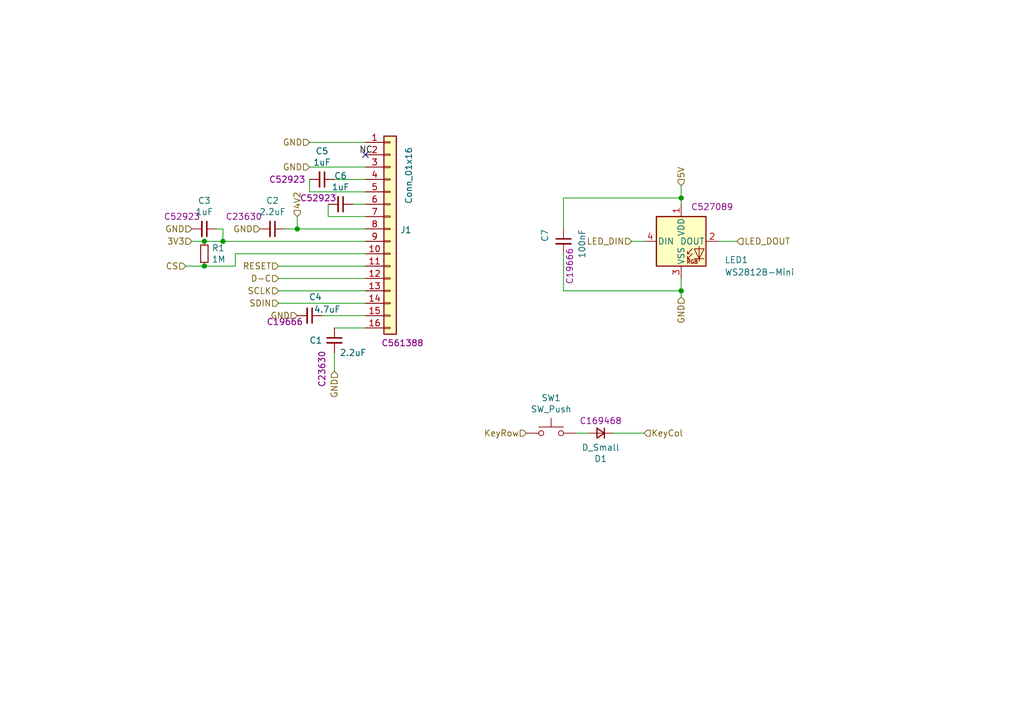
<source format=kicad_sch>
(kicad_sch (version 20211123) (generator eeschema)
  (paper "A5")
  (title_block (title "Display Adapter, LED & Switch") (date "2022-01-24") (rev "2.1") (company "thpoll"))
  (lib_symbols
    (symbol "Connector_Generic:Conn_01x16" (pin_names (offset 1.016) hide)
      (property "Reference" "J" (at 0 20.32 0))
      (property "Value" "Conn_01x16" (at 0 -22.86 0))
      (symbol "Conn_01x16_1_1"
        (rectangle (start -1.27 -20.193) (end 0 -20.447) (stroke (width 0.1524)))
        (rectangle (start -1.27 -17.653) (end 0 -17.907) (stroke (width 0.1524)))
        (rectangle (start -1.27 -15.113) (end 0 -15.367) (stroke (width 0.1524)))
        (rectangle (start -1.27 -12.573) (end 0 -12.827) (stroke (width 0.1524)))
        (rectangle (start -1.27 -10.033) (end 0 -10.287) (stroke (width 0.1524)))
        (rectangle (start -1.27 -7.493) (end 0 -7.747) (stroke (width 0.1524)))
        (rectangle (start -1.27 -4.953) (end 0 -5.207) (stroke (width 0.1524)))
        (rectangle (start -1.27 -2.413) (end 0 -2.667) (stroke (width 0.1524)))
        (rectangle (start -1.27 0.127) (end 0 -0.127) (stroke (width 0.1524)))
        (rectangle (start -1.27 2.667) (end 0 2.413) (stroke (width 0.1524)))
        (rectangle (start -1.27 5.207) (end 0 4.953) (stroke (width 0.1524)))
        (rectangle (start -1.27 7.747) (end 0 7.493) (stroke (width 0.1524)))
        (rectangle (start -1.27 10.287) (end 0 10.033) (stroke (width 0.1524)))
        (rectangle (start -1.27 12.827) (end 0 12.573) (stroke (width 0.1524)))
        (rectangle (start -1.27 15.367) (end 0 15.113) (stroke (width 0.1524)))
        (rectangle (start -1.27 17.907) (end 0 17.653) (stroke (width 0.1524)))
        (rectangle (start -1.27 19.05) (end 1.27 -21.59) (stroke (width 0.254)) (fill (type background)))
        (pin passive line (at -5.08 17.78 0) (length 3.81) (name "Pin_1") (number "1"))
        (pin passive line (at -5.08 -5.08 0) (length 3.81) (name "Pin_10") (number "10"))
        (pin passive line (at -5.08 -7.62 0) (length 3.81) (name "Pin_11") (number "11"))
        (pin passive line (at -5.08 -10.16 0) (length 3.81) (name "Pin_12") (number "12"))
        (pin passive line (at -5.08 -12.7 0) (length 3.81) (name "Pin_13") (number "13"))
        (pin passive line (at -5.08 -15.24 0) (length 3.81) (name "Pin_14") (number "14"))
        (pin passive line (at -5.08 -17.78 0) (length 3.81) (name "Pin_15") (number "15"))
        (pin passive line (at -5.08 -20.32 0) (length 3.81) (name "Pin_16") (number "16"))
        (pin passive line (at -5.08 15.24 0) (length 3.81) (name "Pin_2") (number "2"))
        (pin passive line (at -5.08 12.7 0) (length 3.81) (name "Pin_3") (number "3"))
        (pin passive line (at -5.08 10.16 0) (length 3.81) (name "Pin_4") (number "4"))
        (pin passive line (at -5.08 7.62 0) (length 3.81) (name "Pin_5") (number "5"))
        (pin passive line (at -5.08 5.08 0) (length 3.81) (name "Pin_6") (number "6"))
        (pin passive line (at -5.08 2.54 0) (length 3.81) (name "Pin_7") (number "7"))
        (pin passive line (at -5.08 0 0) (length 3.81) (name "Pin_8") (number "8"))
        (pin passive line (at -5.08 -2.54 0) (length 3.81) (name "Pin_9") (number "9"))
      )
    )
    (symbol "Device:C_Small" (pin_numbers hide) (pin_names (offset 0.254) hide)
      (property "Reference" "C" (at 0.254 1.778 0))
      (property "Value" "C_Small" (at 0.254 -2.032 0))
      (symbol "C_Small_0_1"
        (polyline (pts (xy -1.524 -0.508) (xy 1.524 -0.508)) (stroke (width 0.3302)))
        (polyline (pts (xy -1.524 0.508) (xy 1.524 0.508)) (stroke (width 0.3048)))
      )
      (symbol "C_Small_1_1"
        (pin passive line (at 0 2.54 270) (length 2.032) (name "~") (number "1"))
        (pin passive line (at 0 -2.54 90) (length 2.032) (name "~") (number "2"))
      )
    )
    (symbol "Device:D_Small" (pin_numbers hide) (pin_names (offset 0.254) hide)
      (property "Reference" "D" (at -1.27 2.032 0))
      (property "Value" "D_Small" (at -3.81 -2.032 0))
      (symbol "D_Small_0_1"
        (polyline (pts (xy -0.762 -1.016) (xy -0.762 1.016)) (stroke (width 0.254)))
        (polyline (pts (xy -0.762 0) (xy 0.762 0)))
        (polyline (pts (xy 0.762 -1.016) (xy -0.762 0) (xy 0.762 1.016) (xy 0.762 -1.016)) (stroke (width 0.254)))
      )
      (symbol "D_Small_1_1"
        (pin passive line (at -2.54 0 0) (length 1.778) (name "K") (number "1"))
        (pin passive line (at 2.54 0 180) (length 1.778) (name "A") (number "2"))
      )
    )
    (symbol "Device:R_Small" (pin_numbers hide) (pin_names (offset 0.254) hide)
      (property "Reference" "R" (at 0.762 0.508 0))
      (property "Value" "R_Small" (at 0.762 -1.016 0))
      (symbol "R_Small_0_1"
        (rectangle (start -0.762 1.778) (end 0.762 -1.778) (stroke (width 0.2032)))
      )
      (symbol "R_Small_1_1"
        (pin passive line (at 0 2.54 270) (length 0.762) (name "~") (number "1"))
        (pin passive line (at 0 -2.54 90) (length 0.762) (name "~") (number "2"))
      )
    )
    (symbol "LED:WS2812B" (pin_names (offset 0.254))
      (property "Reference" "D" (at 5.08 5.715 0))
      (property "Value" "WS2812B" (at 1.27 -5.715 0))
      (symbol "WS2812B_0_0"
        (text "RGB" (at 2.286 -4.191 0) (effects (font (size 0.762 0.762))))
      )
      (symbol "WS2812B_0_1"
        (polyline (pts (xy 1.27 -3.556) (xy 1.778 -3.556)))
        (polyline (pts (xy 1.27 -2.54) (xy 1.778 -2.54)))
        (polyline (pts (xy 4.699 -3.556) (xy 2.667 -3.556)))
        (polyline (pts (xy 2.286 -2.54) (xy 1.27 -3.556) (xy 1.27 -3.048)))
        (polyline (pts (xy 2.286 -1.524) (xy 1.27 -2.54) (xy 1.27 -2.032)))
        (polyline (pts (xy 3.683 -1.016) (xy 3.683 -3.556) (xy 3.683 -4.064)))
        (polyline (pts (xy 4.699 -1.524) (xy 2.667 -1.524) (xy 3.683 -3.556) (xy 4.699 -1.524)))
        (rectangle (start 5.08 5.08) (end -5.08 -5.08) (stroke (width 0.254)) (fill (type background)))
      )
      (symbol "WS2812B_1_1"
        (pin power_in line (at 0 7.62 270) (length 2.54) (name "VDD") (number "1"))
        (pin output line (at 7.62 0 180) (length 2.54) (name "DOUT") (number "2"))
        (pin power_in line (at 0 -7.62 90) (length 2.54) (name "VSS") (number "3"))
        (pin input line (at -7.62 0 0) (length 2.54) (name "DIN") (number "4"))
      )
    )
    (symbol "Switch:SW_Push" (pin_numbers hide) (pin_names (offset 1.016) hide)
      (property "Reference" "SW" (at 1.27 2.54 0))
      (property "Value" "SW_Push" (at 0 -1.524 0))
      (symbol "SW_Push_0_1"
        (circle (center -2.032 0) (radius 0.508))
        (polyline (pts (xy 0 1.27) (xy 0 3.048)))
        (polyline (pts (xy 2.54 1.27) (xy -2.54 1.27)))
        (circle (center 2.032 0) (radius 0.508))
        (pin passive line (at -5.08 0 0) (length 2.54) (name "1") (number "1"))
        (pin passive line (at 5.08 0 180) (length 2.54) (name "2") (number "2"))
      )
    )
  )
  (junction (at 139.7 40.64))
  (junction (at 60.96 46.99))
  (junction (at 41.91 49.53))
  (junction (at 41.91 54.61))
  (junction (at 45.72 49.53))
  (junction (at 139.7 59.69))
  (no_connect (at 74.93 31.75))
  (wire (pts (xy 139.7 40.64) (xy 139.7 41.91)))
  (wire (pts (xy 74.93 54.61) (xy 57.15 54.61)))
  (wire (pts (xy 139.7 59.69) (xy 139.7 60.96)))
  (wire (pts (xy 45.72 46.99) (xy 44.45 46.99)))
  (wire (pts (xy 58.42 46.99) (xy 60.96 46.99)))
  (wire (pts (xy 63.5 39.37) (xy 74.93 39.37)))
  (wire (pts (xy 120.65 88.9) (xy 118.11 88.9)))
  (wire (pts (xy 63.5 29.21) (xy 74.93 29.21)))
  (wire (pts (xy 139.7 38.1) (xy 139.7 40.64)))
  (wire (pts (xy 74.93 59.69) (xy 57.15 59.69)))
  (wire (pts (xy 68.58 67.31) (xy 74.93 67.31)))
  (wire (pts (xy 68.58 72.39) (xy 68.58 76.2)))
  (wire (pts (xy 115.57 40.64) (xy 115.57 46.99)))
  (wire (pts (xy 115.57 59.69) (xy 139.7 59.69)))
  (wire (pts (xy 74.93 57.15) (xy 57.15 57.15)))
  (wire (pts (xy 67.31 44.45) (xy 74.93 44.45)))
  (wire (pts (xy 45.72 49.53) (xy 74.93 49.53)))
  (wire (pts (xy 74.93 62.23) (xy 57.15 62.23)))
  (wire (pts (xy 48.26 52.07) (xy 74.93 52.07)))
  (wire (pts (xy 115.57 52.07) (xy 115.57 59.69)))
  (wire (pts (xy 74.93 41.91) (xy 72.39 41.91)))
  (wire (pts (xy 125.73 88.9) (xy 132.08 88.9)))
  (wire (pts (xy 39.37 49.53) (xy 41.91 49.53)))
  (wire (pts (xy 74.93 64.77) (xy 66.04 64.77)))
  (wire (pts (xy 132.08 49.53) (xy 129.54 49.53)))
  (wire (pts (xy 139.7 57.15) (xy 139.7 59.69)))
  (wire (pts (xy 74.93 34.29) (xy 63.5 34.29)))
  (wire (pts (xy 41.91 49.53) (xy 45.72 49.53)))
  (wire (pts (xy 67.31 41.91) (xy 67.31 44.45)))
  (wire (pts (xy 41.91 54.61) (xy 48.26 54.61)))
  (wire (pts (xy 60.96 46.99) (xy 74.93 46.99)))
  (wire (pts (xy 60.96 44.45) (xy 60.96 46.99)))
  (wire (pts (xy 48.26 54.61) (xy 48.26 52.07)))
  (wire (pts (xy 151.13 49.53) (xy 147.32 49.53)))
  (wire (pts (xy 63.5 36.83) (xy 63.5 39.37)))
  (wire (pts (xy 74.93 36.83) (xy 68.58 36.83)))
  (wire (pts (xy 45.72 46.99) (xy 45.72 49.53)))
  (wire (pts (xy 139.7 40.64) (xy 115.57 40.64)))
  (wire (pts (xy 38.1 54.61) (xy 41.91 54.61)))
  (label "NC" (at 73.66 31.75 0))
  (hierarchical_label "GND" (shape input) (at 39.37 46.99 180))
  (hierarchical_label "LED_DIN" (shape input) (at 129.54 49.53 180))
  (hierarchical_label "SDIN" (shape input) (at 57.15 62.23 180))
  (hierarchical_label "5V" (shape input) (at 139.7 38.1 90))
  (hierarchical_label "D-C" (shape input) (at 57.15 57.15 180))
  (hierarchical_label "GND" (shape input) (at 63.5 34.29 180))
  (hierarchical_label "3V3" (shape input) (at 39.37 49.53 180))
  (hierarchical_label "KeyCol" (shape input) (at 132.08 88.9 0))
  (hierarchical_label "4V2" (shape input) (at 60.96 44.45 90))
  (hierarchical_label "GND" (shape input) (at 139.7 60.96 270))
  (hierarchical_label "RESET" (shape input) (at 57.15 54.61 180))
  (hierarchical_label "GND" (shape input) (at 68.58 76.2 270))
  (hierarchical_label "GND" (shape input) (at 53.34 46.99 180))
  (hierarchical_label "KeyRow" (shape input) (at 107.95 88.9 180))
  (hierarchical_label "CS" (shape input) (at 38.1 54.61 180))
  (hierarchical_label "LED_DOUT" (shape input) (at 151.13 49.53 0))
  (hierarchical_label "GND" (shape input) (at 63.5 29.21 180))
  (hierarchical_label "SCLK" (shape input) (at 57.15 59.69 180))
  (hierarchical_label "GND" (shape input) (at 60.96 64.77 180))
  (symbol (lib_id "Connector_Generic:Conn_01x16") (at 80.01 46.99 0) (unit 1)
    (property "Reference" "J1" (at 82.042 47.1932 0) (effects (justify left)))
    (property "Value" "Conn_01x16" (at 83.82 41.91 90) (effects (justify left)))
    (property "Footprint" "poly_kb:FPC_16_JUSHUO_AFC05_S16FIA_00" (effects hide))
    (property "Datasheet" "https://datasheet.lcsc.com/szlcsc/1811021329_JUSHUO-AFC11-S16ICA-00_C262501.pdf" (effects hide))
    (property "LCSC" "C561388" (at 82.55 71.12 0) (effects (justify bottom)))
  )
  (symbol (lib_id "Device:C_Small") (at 69.85 41.91 270) (unit 1)
    (property "Reference" "C6" (at 69.85 36.0934 90))
    (property "Value" "1uF" (at 69.85 38.4048 90))
    (property "Footprint" "Capacitor_SMD:C_0402_1005Metric" (effects hide))
    (property "LCSC" " C52923" (at 64.77 40.64 90))
  )
  (symbol (lib_id "LED:WS2812B") (at 139.7 49.53 0) (unit 1)
    (property "Reference" "LED1" (at 148.59 53.34 0) (effects (justify left)))
    (property "Value" "WS2812B-Mini" (at 148.59 55.88 0) (effects (justify left)))
    (property "Footprint" "poly_kb:WS2812B-Mini" (effects hide))
    (property "Datasheet" "https://datasheet.lcsc.com/szlcsc/1811041130_Worldsemi-WS2812B-Mini_C114583.pdf" (effects hide))
    (property "LCSC" "C527089" (at 146.05 43.18 0) (effects (justify bottom)))
  )
  (symbol (lib_id "Device:C_Small") (at 63.5 64.77 270) (unit 1)
    (property "Reference" "C4" (at 66.04 60.96 90) (effects (justify right)))
    (property "Value" "4.7uF" (at 69.85 63.5 90) (effects (justify right)))
    (property "Footprint" "Capacitor_SMD:C_0603_1608Metric" (effects hide))
    (property "LCSC" "C19666" (at 58.42 66.04 90))
  )
  (symbol (lib_id "Device:C_Small") (at 68.58 69.85 0) (unit 1)
    (property "Reference" "C1" (at 64.77 69.85 0))
    (property "Value" "2.2uF" (at 72.39 72.39 0))
    (property "Footprint" "Capacitor_SMD:C_0603_1608Metric" (effects hide))
    (property "LCSC" " C23630" (at 66.04 76.2 90))
  )
  (symbol (lib_id "Device:C_Small") (at 66.04 36.83 270) (unit 1)
    (property "Reference" "C5" (at 66.04 31.0134 90))
    (property "Value" "1uF" (at 66.04 33.3248 90))
    (property "Footprint" "Capacitor_SMD:C_0402_1005Metric" (effects hide))
    (property "LCSC" " C52923" (at 58.42 36.83 90))
  )
  (symbol (lib_id "Device:C_Small") (at 55.88 46.99 270) (unit 1)
    (property "Reference" "C2" (at 55.88 41.1734 90))
    (property "Value" "2.2uF" (at 55.88 43.4848 90))
    (property "Footprint" "Capacitor_SMD:C_0603_1608Metric" (effects hide))
    (property "LCSC" " C23630" (at 49.53 44.45 90))
  )
  (symbol (lib_id "Device:C_Small") (at 41.91 46.99 270) (unit 1)
    (property "Reference" "C3" (at 41.91 41.1734 90))
    (property "Value" "1uF" (at 41.91 43.4848 90))
    (property "Footprint" "Capacitor_SMD:C_0402_1005Metric" (effects hide))
    (property "LCSC" " C52923" (at 36.83 44.45 90))
  )
  (symbol (lib_id "Switch:SW_Push") (at 113.03 88.9 0) (unit 1)
    (property "Reference" "SW1" (at 113.03 81.661 0))
    (property "Value" "SW_Push" (at 113.03 83.9724 0))
    (property "Footprint" "poly_kb:SW_Cherry_MX_1.00u_PCB_NoSilk" (effects hide))
  )
  (symbol (lib_id "Device:D_Small") (at 123.19 88.9 180) (unit 1)
    (property "Reference" "D1" (at 123.19 94.1578 0))
    (property "Value" "D_Small" (at 123.19 91.8464 0))
    (property "Footprint" "poly_kb:D_SOD-323Ext" (effects hide))
    (property "LCSC" "C169468" (at 123.19 86.36 0))
  )
  (symbol (lib_id "Device:C_Small") (at 115.57 49.53 0) (unit 1)
    (property "Reference" "C7" (at 111.76 46.99 90) (effects (justify right)))
    (property "Value" "100nF" (at 119.38 46.99 90) (effects (justify right)))
    (property "Footprint" "Capacitor_SMD:C_0603_1608Metric" (effects hide))
    (property "LCSC" "C19666" (at 116.84 54.61 90))
  )
  (symbol (lib_id "Device:R_Small") (at 41.91 52.07 0) (unit 1)
    (property "Reference" "R1" (at 43.4086 50.9016 0) (effects (justify left)))
    (property "Value" "1M" (at 43.4086 53.213 0) (effects (justify left)))
    (property "Footprint" "Resistor_SMD:R_0402_1005Metric" (effects hide))
  )
)
</source>
